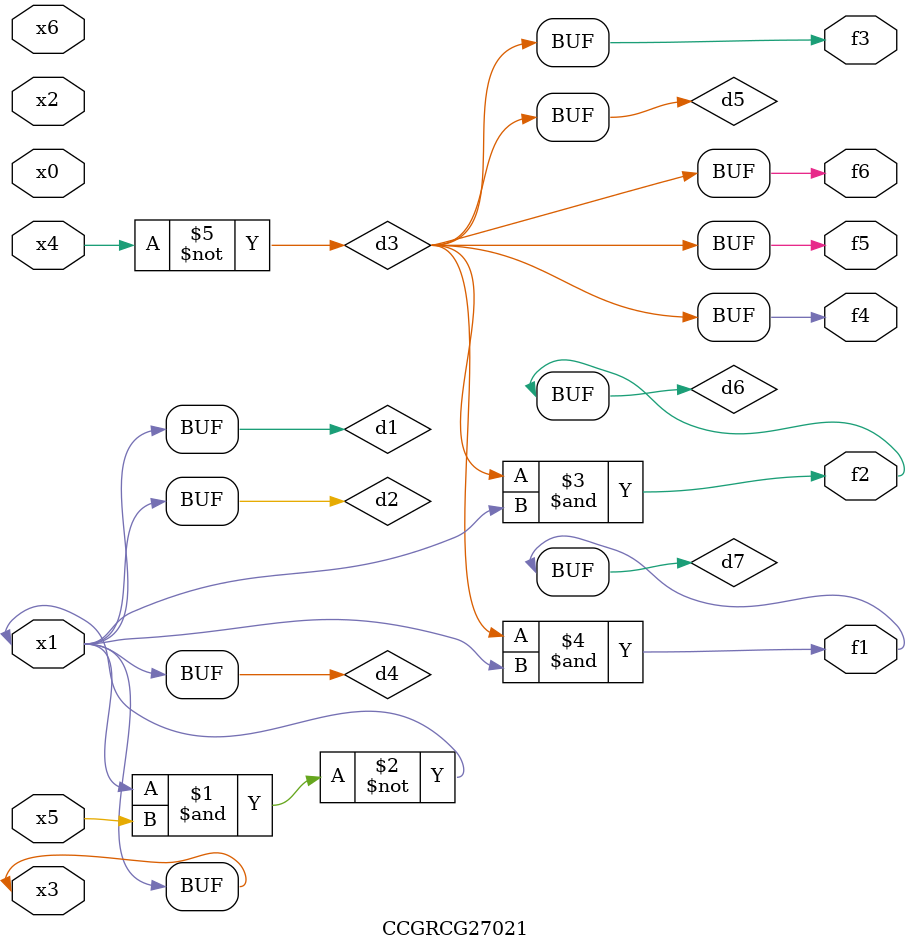
<source format=v>
module CCGRCG27021(
	input x0, x1, x2, x3, x4, x5, x6,
	output f1, f2, f3, f4, f5, f6
);

	wire d1, d2, d3, d4, d5, d6, d7;

	buf (d1, x1, x3);
	nand (d2, x1, x5);
	not (d3, x4);
	buf (d4, d1, d2);
	buf (d5, d3);
	and (d6, d3, d4);
	and (d7, d3, d4);
	assign f1 = d7;
	assign f2 = d6;
	assign f3 = d5;
	assign f4 = d5;
	assign f5 = d5;
	assign f6 = d5;
endmodule

</source>
